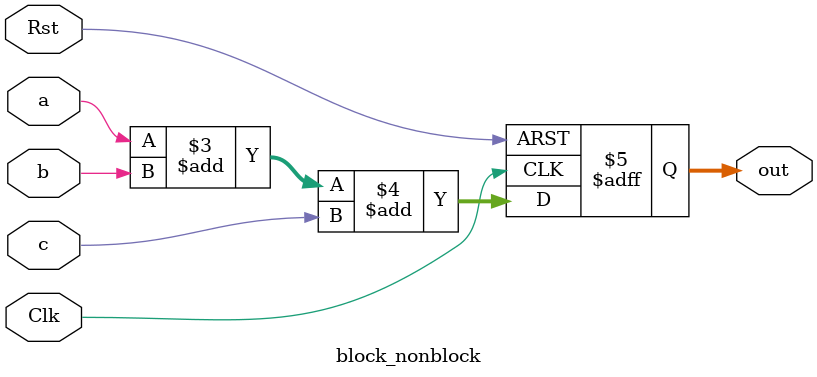
<source format=v>
module block_nonblock(Clk, Rst, a, b, c, out);

	input Clk;
	input Rst;
	input a, b, c;
	
	output reg [1:0] out;

	// out = a + b + c;
	
	// d = a + b
	// out = d + c
	reg [1:0]	d;
	
	always@(posedge Clk or negedge Rst)
	if(!Rst)
		out = 2'b0;
	else begin
		out <= a + b + c;
	end
	
endmodule



</source>
